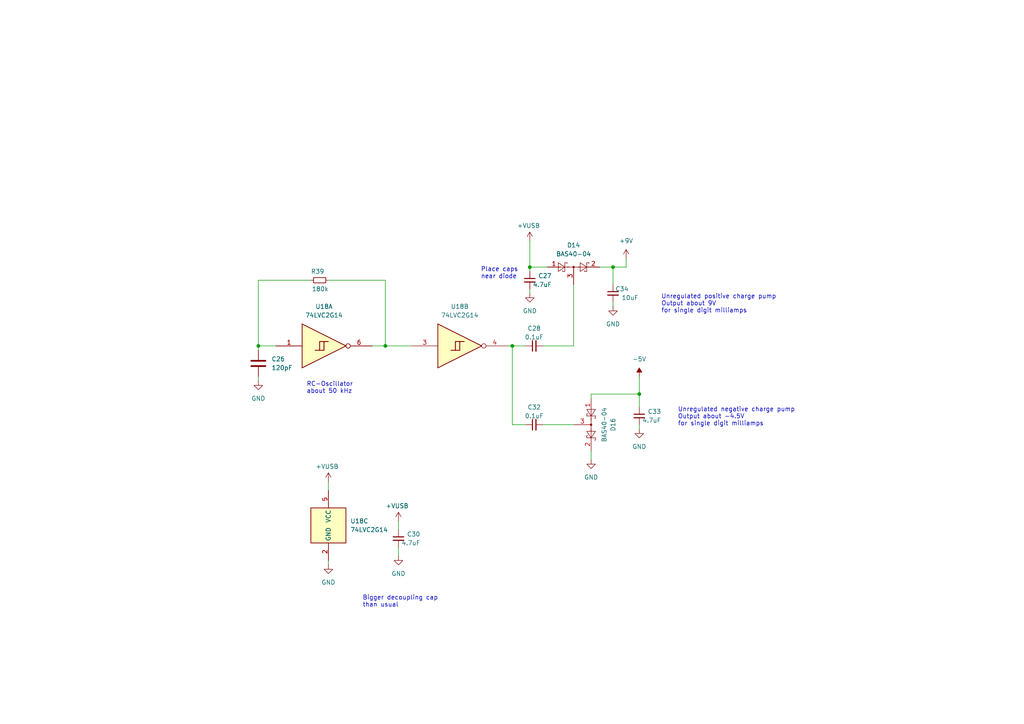
<source format=kicad_sch>
(kicad_sch (version 20231120) (generator "eeschema") (generator_version "8.0")
  (paper "A4")
  (lib_symbols
    (symbol "74xGxx:74LVC2G14"
      (property "Reference" "U" (at 0 7.62 0))
      (property "Value" "74LVC2G14" (at 2.54 -7.62 0))
      (symbol "74LVC2G14_1_1"
        (polyline (pts (xy -2.54 -1.27) (xy -1.27 -1.27) (xy -1.27 1.27)) (stroke (width 0.254)) (fill (type background)))
        (polyline (pts (xy -7.62 6.35) (xy -7.62 -6.35) (xy 5.08 0) (xy -7.62 6.35)) (stroke (width 0.254)) (fill (type background)))
        (polyline (pts (xy -3.81 -1.27) (xy -2.54 -1.27) (xy -2.54 1.27) (xy 0 1.27)) (stroke (width 0.254)) (fill (type background)))
        (pin input line (at -15.24 0 0) (length 7.62) (name "~") (number "1"))
        (pin output inverted (at 12.7 0 180) (length 7.62) (name "~") (number "6"))
      )
      (symbol "74LVC2G14_2_1"
        (polyline (pts (xy -2.54 -1.27) (xy -1.27 -1.27) (xy -1.27 1.27)) (stroke (width 0.254)) (fill (type background)))
        (polyline (pts (xy -7.62 6.35) (xy -7.62 -6.35) (xy 5.08 0) (xy -7.62 6.35)) (stroke (width 0.254)) (fill (type background)))
        (polyline (pts (xy -3.81 -1.27) (xy -2.54 -1.27) (xy -2.54 1.27) (xy 0 1.27)) (stroke (width 0.254)) (fill (type background)))
        (pin input line (at -15.24 0 0) (length 7.62) (name "~") (number "3"))
        (pin output inverted (at 12.7 0 180) (length 7.62) (name "~") (number "4"))
      )
      (symbol "74LVC2G14_3_0"
        (rectangle (start -5.08 -5.08) (end 5.08 5.08) (stroke (width 0.254)) (fill (type background)))
      )
      (symbol "74LVC2G14_3_1"
        (pin power_in line (at 0 -10.16 90) (length 5.08) (name "GND") (number "2"))
        (pin power_in line (at 0 10.16 270) (length 5.08) (name "VCC") (number "5"))
      )
    )
    (symbol "Device:C" (pin_numbers hide) (pin_names (offset 0.254))
      (property "Reference" "C" (at 0.635 2.54 0))
      (property "Value" "C" (at 0.635 -2.54 0))
      (symbol "C_0_1"
        (polyline (pts (xy -2.032 -0.762) (xy 2.032 -0.762)) (stroke (width 0.508)))
        (polyline (pts (xy -2.032 0.762) (xy 2.032 0.762)) (stroke (width 0.508)))
      )
      (symbol "C_1_1"
        (pin passive line (at 0 3.81 270) (length 2.794) (name "~") (number "1"))
        (pin passive line (at 0 -3.81 90) (length 2.794) (name "~") (number "2"))
      )
    )
    (symbol "Device:C_Small" (pin_numbers hide) (pin_names (offset 0.254) hide)
      (property "Reference" "C" (at 0.254 1.778 0))
      (property "Value" "C_Small" (at 0.254 -2.032 0))
      (symbol "C_Small_0_1"
        (polyline (pts (xy -1.524 -0.508) (xy 1.524 -0.508)) (stroke (width 0.3302)))
        (polyline (pts (xy -1.524 0.508) (xy 1.524 0.508)) (stroke (width 0.3048)))
      )
      (symbol "C_Small_1_1"
        (pin passive line (at 0 2.54 270) (length 2.032) (name "~") (number "1"))
        (pin passive line (at 0 -2.54 90) (length 2.032) (name "~") (number "2"))
      )
    )
    (symbol "Device:R_Small" (pin_numbers hide) (pin_names (offset 0.254) hide)
      (property "Reference" "R" (at 0.762 0.508 0))
      (property "Value" "R_Small" (at 0.762 -1.016 0))
      (symbol "R_Small_0_1"
        (rectangle (start -0.762 1.778) (end 0.762 -1.778) (stroke (width 0.2032)))
      )
      (symbol "R_Small_1_1"
        (pin passive line (at 0 2.54 270) (length 0.762) (name "~") (number "1"))
        (pin passive line (at 0 -2.54 90) (length 0.762) (name "~") (number "2"))
      )
    )
    (symbol "Diode:BAS40-04" (pin_names (offset 1.016))
      (property "Reference" "D" (at 0.635 -1.27 0))
      (property "Value" "BAS40-04" (at -6.35 5.715 0))
      (symbol "BAS40-04_0_1"
        (polyline (pts (xy -3.81 2.54) (xy -1.27 2.54)))
        (polyline (pts (xy -3.175 1.27) (xy -3.175 1.524)))
        (polyline (pts (xy -2.54 1.27) (xy -3.175 1.27)))
        (polyline (pts (xy -2.54 1.27) (xy -2.54 3.81)))
        (polyline (pts (xy -2.54 3.81) (xy -1.905 3.81)))
        (polyline (pts (xy -1.905 2.54) (xy 1.905 2.54)))
        (polyline (pts (xy -1.905 3.81) (xy -1.905 3.556)))
        (polyline (pts (xy 1.27 2.54) (xy 3.81 2.54)))
        (polyline (pts (xy 3.175 1.27) (xy 3.175 1.524)))
        (polyline (pts (xy 3.81 1.27) (xy 3.175 1.27)))
        (polyline (pts (xy 3.81 1.27) (xy 3.81 3.81)))
        (polyline (pts (xy 3.81 3.81) (xy 4.445 3.81)))
        (polyline (pts (xy 4.445 3.81) (xy 4.445 3.556)))
        (polyline (pts (xy -4.445 3.81) (xy -4.445 1.27) (xy -2.54 2.54) (xy -4.445 3.81)))
        (polyline (pts (xy 1.905 3.81) (xy 1.905 1.27) (xy 3.81 2.54) (xy 1.905 3.81)))
        (circle (center 0 2.54) (radius 0.254) (fill (type outline)))
      )
      (symbol "BAS40-04_1_1"
        (pin passive line (at -7.62 2.54 0) (length 3.81) (name "~") (number "1"))
        (pin passive line (at 7.62 2.54 180) (length 3.81) (name "~") (number "2"))
        (pin passive line (at 0 -2.54 90) (length 5.08) (name "~") (number "3"))
      )
    )
    (symbol "GND_10" (power) (pin_numbers hide) (pin_names (offset 0) hide)
      (property "Value" "GND" (at 0 -3.81 0))
      (symbol "GND_10_0_1"
        (polyline (pts (xy 0 0) (xy 0 -1.27) (xy 1.27 -1.27) (xy 0 -2.54) (xy -1.27 -1.27) (xy 0 -1.27)))
      )
      (symbol "GND_10_1_1"
        (pin power_in line (at 0 0 270) (length 0) (name "~") (number "1"))
      )
    )
    (symbol "GND_8" (power) (pin_numbers hide) (pin_names (offset 0) hide)
      (property "Value" "GND" (at 0 -3.81 0))
      (symbol "GND_8_0_1"
        (polyline (pts (xy 0 0) (xy 0 -1.27) (xy 1.27 -1.27) (xy 0 -2.54) (xy -1.27 -1.27) (xy 0 -1.27)))
      )
      (symbol "GND_8_1_1"
        (pin power_in line (at 0 0 270) (length 0) (name "~") (number "1"))
      )
    )
    (symbol "GND_9" (power) (pin_numbers hide) (pin_names (offset 0) hide)
      (property "Value" "GND" (at 0 -3.81 0))
      (symbol "GND_9_0_1"
        (polyline (pts (xy 0 0) (xy 0 -1.27) (xy 1.27 -1.27) (xy 0 -2.54) (xy -1.27 -1.27) (xy 0 -1.27)))
      )
      (symbol "GND_9_1_1"
        (pin power_in line (at 0 0 270) (length 0) (name "~") (number "1"))
      )
    )
    (symbol "dp-power:+VUSB" (power) (pin_names (offset 1.016))
      (property "Value" "+VUSB" (at 0 5.08 0))
      (symbol "+VUSB_0_1"
        (polyline (pts (xy 0 0) (xy 0 2.54)))
        (polyline (pts (xy 0 2.54) (xy -0.762 1.27)))
        (polyline (pts (xy 0 2.54) (xy 0.762 1.27)))
      )
      (symbol "+VUSB_1_1"
        (pin power_in line (at 0 0 90) (length 0) hide (name "+VUSB") (number "1"))
      )
    )
    (symbol "power:+9V" (power) (pin_numbers hide) (pin_names (offset 0) hide)
      (property "Value" "+9V" (at 0 3.556 0))
      (symbol "+9V_0_1"
        (polyline (pts (xy -0.762 1.27) (xy 0 2.54)))
        (polyline (pts (xy 0 0) (xy 0 2.54)))
        (polyline (pts (xy 0 2.54) (xy 0.762 1.27)))
      )
      (symbol "+9V_1_1"
        (pin power_in line (at 0 0 90) (length 0) (name "~") (number "1"))
      )
    )
    (symbol "power:-5V" (power) (pin_numbers hide) (pin_names (offset 0) hide)
      (property "Value" "-5V" (at 0 3.556 0))
      (symbol "-5V_0_0"
        (pin power_in line (at 0 0 90) (length 0) (name "~") (number "1"))
      )
      (symbol "-5V_0_1"
        (polyline (pts (xy 0 0) (xy 0 1.27) (xy 0.762 1.27) (xy 0 2.54) (xy -0.762 1.27) (xy 0 1.27)) (fill (type outline)))
      )
    )
    (symbol "power:GND" (power) (pin_numbers hide) (pin_names (offset 0) hide)
      (property "Value" "GND" (at 0 -3.81 0))
      (symbol "GND_0_1"
        (polyline (pts (xy 0 0) (xy 0 -1.27) (xy 1.27 -1.27) (xy 0 -2.54) (xy -1.27 -1.27) (xy 0 -1.27)))
      )
      (symbol "GND_1_1"
        (pin power_in line (at 0 0 270) (length 0) (name "~") (number "1"))
      )
    )
  )
  (junction (at 74.93 100.33))
  (junction (at 111.76 100.33))
  (junction (at 153.67 77.47))
  (junction (at 177.8 77.47))
  (junction (at 148.59 100.33))
  (junction (at 185.42 114.3))
  (wire (pts (xy 148.59 123.19) (xy 152.4 123.19)))
  (wire (pts (xy 177.8 77.47) (xy 173.99 77.47)))
  (wire (pts (xy 166.37 100.33) (xy 166.37 82.55)))
  (wire (pts (xy 95.25 81.28) (xy 111.76 81.28)))
  (wire (pts (xy 74.93 81.28) (xy 74.93 100.33)))
  (wire (pts (xy 177.8 82.55) (xy 177.8 77.47)))
  (wire (pts (xy 177.8 88.9) (xy 177.8 87.63)))
  (wire (pts (xy 185.42 114.3) (xy 185.42 118.11)))
  (wire (pts (xy 148.59 123.19) (xy 148.59 100.33)))
  (wire (pts (xy 153.67 69.85) (xy 153.67 77.47)))
  (wire (pts (xy 153.67 77.47) (xy 153.67 78.74)))
  (wire (pts (xy 95.25 162.56) (xy 95.25 163.83)))
  (wire (pts (xy 74.93 100.33) (xy 74.93 101.6)))
  (wire (pts (xy 111.76 81.28) (xy 111.76 100.33)))
  (wire (pts (xy 185.42 124.46) (xy 185.42 123.19)))
  (wire (pts (xy 147.32 100.33) (xy 148.59 100.33)))
  (wire (pts (xy 80.01 100.33) (xy 74.93 100.33)))
  (wire (pts (xy 74.93 81.28) (xy 90.17 81.28)))
  (wire (pts (xy 185.42 114.3) (xy 185.42 109.22)))
  (wire (pts (xy 153.67 83.82) (xy 153.67 85.09)))
  (wire (pts (xy 153.67 77.47) (xy 158.75 77.47)))
  (wire (pts (xy 157.48 123.19) (xy 166.37 123.19)))
  (wire (pts (xy 115.57 158.75) (xy 115.57 161.29)))
  (wire (pts (xy 95.25 139.7) (xy 95.25 142.24)))
  (wire (pts (xy 111.76 100.33) (xy 119.38 100.33)))
  (wire (pts (xy 157.48 100.33) (xy 166.37 100.33)))
  (wire (pts (xy 171.45 115.57) (xy 171.45 114.3)))
  (wire (pts (xy 148.59 100.33) (xy 152.4 100.33)))
  (wire (pts (xy 171.45 130.81) (xy 171.45 133.35)))
  (wire (pts (xy 74.93 109.22) (xy 74.93 110.49)))
  (wire (pts (xy 171.45 114.3) (xy 185.42 114.3)))
  (wire (pts (xy 115.57 151.13) (xy 115.57 153.67)))
  (wire (pts (xy 177.8 77.47) (xy 181.61 77.47)))
  (wire (pts (xy 111.76 100.33) (xy 107.95 100.33)))
  (wire (pts (xy 181.61 77.47) (xy 181.61 74.93)))
  (text "Bigger decoupling cap\nthan usual" (at 105.156 174.498 0) (effects (font (size 1.27 1.27)) (justify left)))
  (text "Place caps\nnear diode" (at 139.446 79.248 0) (effects (font (size 1.27 1.27) (thickness 0.1588)) (justify left)))
  (text "Unregulated positive charge pump\nOutput about 9V\nfor single digit milliamps" (at 191.77 88.138 0) (effects (font (size 1.27 1.27)) (justify left)))
  (text "Unregulated negative charge pump\nOutput about -4.5V\nfor single digit milliamps" (at 196.596 120.904 0) (effects (font (size 1.27 1.27)) (justify left)))
  (text "RC-Oscillator\nabout 50 kHz" (at 88.9 112.522 0) (effects (font (size 1.27 1.27)) (justify left)))
  (symbol (lib_id "Device:C_Small") (at 154.94 100.33 90) (unit 1)
    (property "Reference" "C28" (at 154.94 95.25 90))
    (property "Value" "0.1uF" (at 154.94 97.79 90))
    (property "Footprint" "Capacitor_SMD:C_0402_1005Metric" (effects (hide yes)))
    (property "RMB" "0.00628" (effects (hide yes)))
    (property "Supplier" "https://item.szlcsc.com/1877.html" (effects (hide yes)))
  )
  (symbol (lib_name "GND_9") (lib_id "power:GND") (at 74.93 110.49 0) (unit 1)
    (property "Reference" "#PWR0115" (effects (hide yes)))
    (property "Value" "GND" (at 74.93 115.57 0))
    (property "Description" "Power symbol creates a global label with name \"GND\" , ground" (effects (hide yes)))
  )
  (symbol (lib_id "Device:C_Small") (at 115.57 156.21 0) (unit 1)
    (property "Reference" "C30" (at 121.92 154.94 0) (effects (justify right)))
    (property "Value" "4.7uF" (at 121.92 157.48 0) (effects (justify right)))
    (property "Footprint" "Capacitor_SMD:C_0402_1005Metric" (effects (hide yes)))
    (property "RMB" "0.037726" (effects (hide yes)))
    (property "Supplier" "https://item.szlcsc.com/1877.html" (effects (hide yes)))
  )
  (symbol (lib_id "Device:C_Small") (at 154.94 123.19 90) (unit 1)
    (property "Reference" "C32" (at 154.94 118.11 90))
    (property "Value" "0.1uF" (at 154.94 120.65 90))
    (property "Footprint" "Capacitor_SMD:C_0402_1005Metric" (effects (hide yes)))
    (property "RMB" "0.00628" (effects (hide yes)))
    (property "Supplier" "https://item.szlcsc.com/1877.html" (effects (hide yes)))
  )
  (symbol (lib_id "Device:C") (at 74.93 105.41 0) (unit 1)
    (property "Reference" "C26" (at 78.74 104.1399 0) (effects (justify left)))
    (property "Value" "120pF" (at 78.74 106.6799 0) (effects (justify left)))
    (property "Footprint" "Capacitor_SMD:C_0402_1005Metric" (effects (hide yes)))
    (property "Description" "Unpolarized capacitor" (effects (hide yes)))
  )
  (symbol (lib_id "74xGxx:74LVC2G14") (at 95.25 100.33 0) (unit 1)
    (property "Reference" "U18" (at 93.98 88.9 0))
    (property "Value" "74LVC2G14" (at 93.98 91.44 0))
    (property "Footprint" "Package_TO_SOT_SMD:SOT-363_SC-70-6" (effects (hide yes)))
    (property "Datasheet" "https://www.ti.com/lit/ds/symlink/sn74lvc2g14.pdf" (effects (hide yes)))
    (property "Description" "Dual NOT Gate, Schmitt Triggered, Low-Voltage CMOS" (effects (hide yes)))
  )
  (symbol (lib_id "dp-power:+VUSB") (at 115.57 151.13 0) (unit 1)
    (property "Reference" "#PWR0132" (effects (hide yes)))
    (property "Value" "+VUSB" (at 115.189 146.7358 0))
  )
  (symbol (lib_id "dp-power:+VUSB") (at 153.67 69.85 0) (unit 1)
    (property "Reference" "#PWR0116" (effects (hide yes)))
    (property "Value" "+VUSB" (at 153.289 65.4558 0))
  )
  (symbol (lib_name "GND_8") (lib_id "power:GND") (at 153.67 85.09 0) (unit 1)
    (property "Reference" "#PWR0117" (effects (hide yes)))
    (property "Value" "GND" (at 153.67 90.17 0))
    (property "Description" "Power symbol creates a global label with name \"GND\" , ground" (effects (hide yes)))
  )
  (symbol (lib_id "Device:C_Small") (at 185.42 120.65 0) (unit 1)
    (property "Reference" "C33" (at 191.77 119.38 0) (effects (justify right)))
    (property "Value" "4.7uF" (at 191.77 121.92 0) (effects (justify right)))
    (property "Footprint" "Capacitor_SMD:C_0402_1005Metric" (effects (hide yes)))
    (property "RMB" "0.037726" (effects (hide yes)))
    (property "Supplier" "https://item.szlcsc.com/1877.html" (effects (hide yes)))
  )
  (symbol (lib_id "74xGxx:74LVC2G14") (at 134.62 100.33 0) (unit 2)
    (property "Reference" "U18" (at 133.35 88.9 0))
    (property "Value" "74LVC2G14" (at 133.35 91.44 0))
    (property "Footprint" "Package_TO_SOT_SMD:SOT-363_SC-70-6" (effects (hide yes)))
    (property "Datasheet" "https://www.ti.com/lit/ds/symlink/sn74lvc2g14.pdf" (effects (hide yes)))
    (property "Description" "Dual NOT Gate, Schmitt Triggered, Low-Voltage CMOS" (effects (hide yes)))
  )
  (symbol (lib_id "Device:C_Small") (at 177.8 85.09 0) (unit 1)
    (property "Reference" "C34" (at 182.372 83.82 0) (effects (justify right)))
    (property "Value" "10uF" (at 185.166 86.36 0) (effects (justify right)))
    (property "Footprint" "Capacitor_SMD:C_0805_2012Metric" (effects (hide yes)))
    (property "RMB" "0.037726" (effects (hide yes)))
    (property "Supplier" "https://item.szlcsc.com/1877.html" (effects (hide yes)))
  )
  (symbol (lib_name "GND_10") (lib_id "power:GND") (at 177.8 88.9 0) (unit 1)
    (property "Reference" "#PWR0119" (effects (hide yes)))
    (property "Value" "GND" (at 177.8 93.98 0))
    (property "Description" "Power symbol creates a global label with name \"GND\" , ground" (effects (hide yes)))
  )
  (symbol (lib_id "Diode:BAS40-04") (at 168.91 123.19 270) (unit 1)
    (property "Reference" "D16" (at 177.8 123.19 0))
    (property "Value" "BAS40-04" (at 175.26 123.19 0))
    (property "Footprint" "Package_TO_SOT_SMD:SOT-523" (effects (hide yes)))
    (property "Datasheet" "http://www.vishay.com/docs/85701/bas40v.pdf" (effects (hide yes)))
    (property "Description" "40V 0.2A Dual Small Signal Schottky Diodes" (effects (hide yes)))
  )
  (symbol (lib_id "power:+9V") (at 181.61 74.93 0) (unit 1)
    (property "Reference" "#PWR0120" (effects (hide yes)))
    (property "Value" "+9V" (at 181.61 69.85 0))
    (property "Description" "Power symbol creates a global label with name \"+9V\"" (effects (hide yes)))
  )
  (symbol (lib_id "power:GND") (at 171.45 133.35 0) (unit 1)
    (property "Reference" "#PWR0139" (effects (hide yes)))
    (property "Value" "GND" (at 171.45 138.43 0))
    (property "Description" "Power symbol creates a global label with name \"GND\" , ground" (effects (hide yes)))
  )
  (symbol (lib_name "GND_8") (lib_id "power:GND") (at 115.57 161.29 0) (unit 1)
    (property "Reference" "#PWR0133" (effects (hide yes)))
    (property "Value" "GND" (at 115.57 166.37 0))
    (property "Description" "Power symbol creates a global label with name \"GND\" , ground" (effects (hide yes)))
  )
  (symbol (lib_name "GND_8") (lib_id "power:GND") (at 95.25 163.83 0) (unit 1)
    (property "Reference" "#PWR0128" (effects (hide yes)))
    (property "Value" "GND" (at 95.25 168.91 0))
    (property "Description" "Power symbol creates a global label with name \"GND\" , ground" (effects (hide yes)))
  )
  (symbol (lib_id "Device:C_Small") (at 153.67 81.28 0) (unit 1)
    (property "Reference" "C27" (at 160.02 80.01 0) (effects (justify right)))
    (property "Value" "4.7uF" (at 160.02 82.55 0) (effects (justify right)))
    (property "Footprint" "Capacitor_SMD:C_0402_1005Metric" (effects (hide yes)))
    (property "RMB" "0.037726" (effects (hide yes)))
    (property "Supplier" "https://item.szlcsc.com/1877.html" (effects (hide yes)))
  )
  (symbol (lib_name "GND_10") (lib_id "power:GND") (at 185.42 124.46 0) (unit 1)
    (property "Reference" "#PWR0141" (effects (hide yes)))
    (property "Value" "GND" (at 185.42 129.54 0))
    (property "Description" "Power symbol creates a global label with name \"GND\" , ground" (effects (hide yes)))
  )
  (symbol (lib_id "dp-power:+VUSB") (at 95.25 139.7 0) (unit 1)
    (property "Reference" "#PWR0121" (effects (hide yes)))
    (property "Value" "+VUSB" (at 94.869 135.3058 0))
  )
  (symbol (lib_id "power:-5V") (at 185.42 109.22 0) (unit 1)
    (property "Reference" "#PWR0140" (effects (hide yes)))
    (property "Value" "-5V" (at 185.42 104.14 0))
    (property "Description" "Power symbol creates a global label with name \"-5V\"" (effects (hide yes)))
  )
  (symbol (lib_id "74xGxx:74LVC2G14") (at 95.25 152.4 0) (unit 3)
    (property "Reference" "U18" (at 101.6 151.1299 0) (effects (justify left)))
    (property "Value" "74LVC2G14" (at 101.6 153.6699 0) (effects (justify left)))
    (property "Footprint" "Package_TO_SOT_SMD:SOT-363_SC-70-6" (effects (hide yes)))
    (property "Datasheet" "https://www.ti.com/lit/ds/symlink/sn74lvc2g14.pdf" (effects (hide yes)))
    (property "Description" "Dual NOT Gate, Schmitt Triggered, Low-Voltage CMOS" (effects (hide yes)))
  )
  (symbol (lib_id "Diode:BAS40-04") (at 166.37 80.01 0) (unit 1)
    (property "Reference" "D14" (at 166.37 71.12 0))
    (property "Value" "BAS40-04" (at 166.37 73.66 0))
    (property "Footprint" "Package_TO_SOT_SMD:SOT-523" (effects (hide yes)))
    (property "Datasheet" "http://www.vishay.com/docs/85701/bas40v.pdf" (effects (hide yes)))
    (property "Description" "40V 0.2A Dual Small Signal Schottky Diodes" (effects (hide yes)))
  )
  (symbol (lib_id "Device:R_Small") (at 92.71 81.28 90) (unit 1)
    (property "Reference" "R39" (at 90.17 78.74 90) (effects (justify right)))
    (property "Value" "180k" (at 90.424 83.82 90) (effects (justify right)))
    (property "Footprint" "Resistor_SMD:R_0402_1005Metric" (effects (hide yes)))
    (property "RMB" "0.005622" (effects (hide yes)))
    (property "Supplier" "https://item.szlcsc.com/107450.html" (effects (hide yes)))
  )
)
</source>
